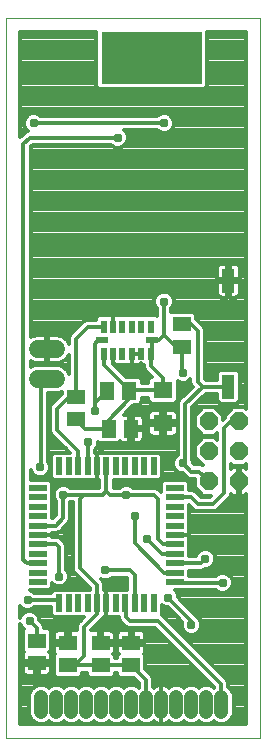
<source format=gtl>
G75*
%MOIN*%
%OFA0B0*%
%FSLAX25Y25*%
%IPPOS*%
%LPD*%
%AMOC8*
5,1,8,0,0,1.08239X$1,22.5*
%
%ADD10C,0.00000*%
%ADD11R,0.33600X0.17500*%
%ADD12R,0.05906X0.05118*%
%ADD13R,0.05118X0.05906*%
%ADD14R,0.06299X0.05512*%
%ADD15R,0.05906X0.01969*%
%ADD16R,0.01969X0.05906*%
%ADD17OC8,0.06000*%
%ADD18R,0.01969X0.04424*%
%ADD19R,0.04424X0.01969*%
%ADD20C,0.04756*%
%ADD21C,0.06000*%
%ADD22R,0.04300X0.07900*%
%ADD23C,0.01400*%
%ADD24C,0.02900*%
%ADD25C,0.03100*%
%ADD26C,0.01200*%
D10*
X0016917Y0014912D02*
X0101563Y0014912D01*
X0101563Y0255069D01*
X0016917Y0255069D01*
X0016917Y0014912D01*
D11*
X0065363Y0241730D03*
D12*
X0075476Y0152741D03*
X0075476Y0145261D03*
X0040210Y0128585D03*
X0040210Y0121104D03*
X0037405Y0046594D03*
X0037405Y0039114D03*
X0027086Y0039915D03*
X0027086Y0047396D03*
X0048329Y0046594D03*
X0048329Y0039114D03*
X0058548Y0039122D03*
X0058548Y0046602D03*
D13*
X0058464Y0118039D03*
X0057801Y0130649D03*
X0050983Y0118039D03*
X0050320Y0130649D03*
D14*
X0069117Y0130793D03*
X0069117Y0119770D03*
D15*
X0073123Y0098330D03*
X0073123Y0095180D03*
X0073123Y0092031D03*
X0073123Y0088881D03*
X0073123Y0085732D03*
X0073123Y0082582D03*
X0073123Y0079432D03*
X0073123Y0076283D03*
X0073123Y0073133D03*
X0073123Y0069984D03*
X0073123Y0066834D03*
X0027454Y0066834D03*
X0027454Y0069984D03*
X0027454Y0073133D03*
X0027454Y0076283D03*
X0027454Y0079432D03*
X0027454Y0082582D03*
X0027454Y0085732D03*
X0027454Y0088881D03*
X0027454Y0092031D03*
X0027454Y0095180D03*
X0027454Y0098330D03*
D16*
X0034540Y0105417D03*
X0037690Y0105417D03*
X0040840Y0105417D03*
X0043989Y0105417D03*
X0047139Y0105417D03*
X0050288Y0105417D03*
X0053438Y0105417D03*
X0056588Y0105417D03*
X0059737Y0105417D03*
X0062887Y0105417D03*
X0066036Y0105417D03*
X0066036Y0059747D03*
X0062887Y0059747D03*
X0059737Y0059747D03*
X0056588Y0059747D03*
X0053438Y0059747D03*
X0050288Y0059747D03*
X0047139Y0059747D03*
X0043989Y0059747D03*
X0040840Y0059747D03*
X0037690Y0059747D03*
X0034540Y0059747D03*
D17*
X0084350Y0100406D03*
X0084350Y0110406D03*
X0084350Y0120406D03*
X0094350Y0120406D03*
X0094350Y0110406D03*
X0094350Y0100406D03*
D18*
X0065070Y0143060D03*
X0061920Y0143060D03*
X0058770Y0143060D03*
X0055621Y0143060D03*
X0052471Y0143060D03*
X0049322Y0143060D03*
X0049322Y0152021D03*
X0052471Y0152021D03*
X0055621Y0152021D03*
X0058770Y0152021D03*
X0061920Y0152021D03*
X0065070Y0151991D03*
D19*
X0065463Y0147540D03*
X0048928Y0147540D03*
D20*
X0048559Y0028471D02*
X0048559Y0023715D01*
X0043559Y0023715D02*
X0043559Y0028471D01*
X0038559Y0028471D02*
X0038559Y0023715D01*
X0033559Y0023715D02*
X0033559Y0028471D01*
X0028559Y0028471D02*
X0028559Y0023715D01*
X0053559Y0023715D02*
X0053559Y0028471D01*
X0058559Y0028471D02*
X0058559Y0023715D01*
X0063559Y0023715D02*
X0063559Y0028471D01*
X0068559Y0028471D02*
X0068559Y0023715D01*
X0073559Y0023715D02*
X0073559Y0028471D01*
X0078559Y0028471D02*
X0078559Y0023715D01*
X0083559Y0023715D02*
X0083559Y0028471D01*
X0088559Y0028471D02*
X0088559Y0023715D01*
D21*
X0033439Y0134479D02*
X0027439Y0134479D01*
X0027439Y0144479D02*
X0033439Y0144479D01*
D22*
X0090965Y0131988D03*
X0090965Y0167388D03*
D23*
X0090590Y0167349D02*
X0024994Y0167349D01*
X0024994Y0165951D02*
X0087115Y0165951D01*
X0087115Y0167013D02*
X0087115Y0163214D01*
X0087231Y0162782D01*
X0087455Y0162394D01*
X0087771Y0162078D01*
X0088159Y0161854D01*
X0088591Y0161738D01*
X0090590Y0161738D01*
X0090590Y0167013D01*
X0087115Y0167013D01*
X0087115Y0167763D02*
X0090590Y0167763D01*
X0090590Y0167013D01*
X0091340Y0167013D01*
X0091340Y0161738D01*
X0093339Y0161738D01*
X0093771Y0161854D01*
X0094159Y0162078D01*
X0094476Y0162394D01*
X0094699Y0162782D01*
X0094815Y0163214D01*
X0094815Y0167013D01*
X0091340Y0167013D01*
X0091340Y0167763D01*
X0090590Y0167763D01*
X0090590Y0173038D01*
X0088591Y0173038D01*
X0088159Y0172922D01*
X0087771Y0172698D01*
X0087455Y0172382D01*
X0087231Y0171994D01*
X0087115Y0171562D01*
X0087115Y0167763D01*
X0087115Y0168748D02*
X0024994Y0168748D01*
X0024994Y0170146D02*
X0087115Y0170146D01*
X0087115Y0171545D02*
X0024994Y0171545D01*
X0024994Y0172943D02*
X0088238Y0172943D01*
X0090590Y0172943D02*
X0091340Y0172943D01*
X0091340Y0173038D02*
X0093339Y0173038D01*
X0093771Y0172922D01*
X0094159Y0172698D01*
X0094476Y0172382D01*
X0094699Y0171994D01*
X0094815Y0171562D01*
X0094815Y0167763D01*
X0091340Y0167763D01*
X0091340Y0173038D01*
X0091340Y0171545D02*
X0090590Y0171545D01*
X0090590Y0170146D02*
X0091340Y0170146D01*
X0091340Y0168748D02*
X0090590Y0168748D01*
X0091340Y0167349D02*
X0096863Y0167349D01*
X0096863Y0165951D02*
X0094815Y0165951D01*
X0094815Y0164552D02*
X0096863Y0164552D01*
X0096863Y0163154D02*
X0094799Y0163154D01*
X0093403Y0161755D02*
X0096863Y0161755D01*
X0096863Y0160357D02*
X0072744Y0160357D01*
X0072744Y0159734D02*
X0072744Y0161026D01*
X0072250Y0162221D01*
X0071335Y0163135D01*
X0070141Y0163630D01*
X0068848Y0163630D01*
X0067653Y0163135D01*
X0066739Y0162221D01*
X0066244Y0161026D01*
X0066244Y0159734D01*
X0066739Y0158539D01*
X0067094Y0158184D01*
X0067094Y0155567D01*
X0066758Y0155903D01*
X0063638Y0155903D01*
X0063608Y0155933D01*
X0053932Y0155933D01*
X0053879Y0155880D01*
X0053679Y0155933D01*
X0052471Y0155933D01*
X0051263Y0155933D01*
X0051063Y0155880D01*
X0051010Y0155933D01*
X0047633Y0155933D01*
X0046637Y0154938D01*
X0046637Y0154380D01*
X0043817Y0154380D01*
X0042935Y0154015D01*
X0042260Y0153340D01*
X0038176Y0149255D01*
X0037810Y0148373D01*
X0037810Y0146237D01*
X0037795Y0146283D01*
X0037459Y0146943D01*
X0037024Y0147541D01*
X0036501Y0148064D01*
X0035903Y0148499D01*
X0035243Y0148835D01*
X0034540Y0149063D01*
X0033809Y0149179D01*
X0030739Y0149179D01*
X0030739Y0144779D01*
X0030139Y0144779D01*
X0030139Y0149179D01*
X0027069Y0149179D01*
X0026339Y0149063D01*
X0025635Y0148835D01*
X0024994Y0148508D01*
X0024994Y0211886D01*
X0025689Y0212580D01*
X0051898Y0212580D01*
X0052253Y0212225D01*
X0053448Y0211730D01*
X0054741Y0211730D01*
X0055935Y0212225D01*
X0056850Y0213139D01*
X0057344Y0214334D01*
X0057344Y0215626D01*
X0056850Y0216821D01*
X0056191Y0217480D01*
X0067298Y0217480D01*
X0067653Y0217125D01*
X0068848Y0216630D01*
X0070141Y0216630D01*
X0071335Y0217125D01*
X0072250Y0218039D01*
X0072744Y0219234D01*
X0072744Y0220526D01*
X0072250Y0221721D01*
X0071335Y0222635D01*
X0070141Y0223130D01*
X0068848Y0223130D01*
X0067653Y0222635D01*
X0067298Y0222280D01*
X0028291Y0222280D01*
X0027935Y0222635D01*
X0026741Y0223130D01*
X0025448Y0223130D01*
X0024253Y0222635D01*
X0023339Y0221721D01*
X0022844Y0220526D01*
X0022844Y0219234D01*
X0023339Y0218039D01*
X0024062Y0217316D01*
X0023335Y0217015D01*
X0021617Y0215297D01*
X0021617Y0250369D01*
X0046863Y0250369D01*
X0046863Y0232276D01*
X0047859Y0231280D01*
X0082867Y0231280D01*
X0083863Y0232276D01*
X0083863Y0250369D01*
X0096863Y0250369D01*
X0096863Y0124539D01*
X0096296Y0125106D01*
X0092403Y0125106D01*
X0089650Y0122353D01*
X0089650Y0121669D01*
X0089050Y0121069D01*
X0089050Y0122353D01*
X0086296Y0125106D01*
X0082403Y0125106D01*
X0079650Y0122353D01*
X0079650Y0118459D01*
X0082403Y0115706D01*
X0086296Y0115706D01*
X0087054Y0116464D01*
X0087054Y0114348D01*
X0086296Y0115106D01*
X0082403Y0115106D01*
X0079650Y0112353D01*
X0079650Y0108459D01*
X0082365Y0105744D01*
X0081553Y0106080D01*
X0079589Y0106080D01*
X0079044Y0106624D01*
X0079044Y0107126D01*
X0078894Y0107489D01*
X0078894Y0125086D01*
X0083396Y0129588D01*
X0087115Y0129588D01*
X0087115Y0127334D01*
X0088111Y0126338D01*
X0093819Y0126338D01*
X0094815Y0127334D01*
X0094815Y0136642D01*
X0093819Y0137638D01*
X0088111Y0137638D01*
X0087115Y0136642D01*
X0087115Y0134388D01*
X0083396Y0134388D01*
X0083094Y0134690D01*
X0083094Y0151057D01*
X0082729Y0151940D01*
X0082054Y0152615D01*
X0080128Y0154540D01*
X0080128Y0156004D01*
X0079133Y0157000D01*
X0071894Y0157000D01*
X0071894Y0158184D01*
X0072250Y0158539D01*
X0072744Y0159734D01*
X0072423Y0158958D02*
X0096863Y0158958D01*
X0096863Y0157560D02*
X0071894Y0157560D01*
X0072443Y0161755D02*
X0088527Y0161755D01*
X0090590Y0161755D02*
X0091340Y0161755D01*
X0091340Y0163154D02*
X0090590Y0163154D01*
X0090590Y0164552D02*
X0091340Y0164552D01*
X0091340Y0165951D02*
X0090590Y0165951D01*
X0087115Y0164552D02*
X0024994Y0164552D01*
X0024994Y0163154D02*
X0067698Y0163154D01*
X0066546Y0161755D02*
X0024994Y0161755D01*
X0024994Y0160357D02*
X0066244Y0160357D01*
X0066566Y0158958D02*
X0024994Y0158958D01*
X0024994Y0157560D02*
X0067094Y0157560D01*
X0067094Y0156161D02*
X0024994Y0156161D01*
X0024994Y0154763D02*
X0046637Y0154763D01*
X0044294Y0151980D02*
X0049280Y0151980D01*
X0049322Y0152021D01*
X0048928Y0147540D02*
X0047555Y0147540D01*
X0046394Y0146380D01*
X0046394Y0126723D01*
X0046394Y0123980D01*
X0046394Y0126723D02*
X0050320Y0130649D01*
X0057101Y0131474D02*
X0049322Y0139253D01*
X0049322Y0143060D01*
X0052471Y0143060D02*
X0052471Y0139497D01*
X0052471Y0139497D01*
X0052471Y0143060D01*
X0052471Y0140303D01*
X0054794Y0137980D01*
X0056894Y0137980D01*
X0058770Y0139856D01*
X0058770Y0143060D01*
X0061920Y0143060D01*
X0061920Y0139961D02*
X0061920Y0139148D01*
X0062670Y0139148D01*
X0062670Y0138427D01*
X0063035Y0137545D01*
X0063710Y0136870D01*
X0063710Y0136870D01*
X0065331Y0135249D01*
X0065263Y0135249D01*
X0064268Y0134253D01*
X0064268Y0133193D01*
X0062060Y0133193D01*
X0062060Y0134306D01*
X0061064Y0135302D01*
X0056666Y0135302D01*
X0052821Y0139148D01*
X0053679Y0139148D01*
X0053879Y0139201D01*
X0053932Y0139148D01*
X0057309Y0139148D01*
X0057363Y0139201D01*
X0057562Y0139148D01*
X0058770Y0139148D01*
X0058770Y0139962D01*
X0058770Y0139961D01*
X0058770Y0139148D01*
X0059978Y0139148D01*
X0060325Y0139240D01*
X0060365Y0139240D01*
X0060712Y0139148D01*
X0061920Y0139148D01*
X0061920Y0139961D01*
X0061920Y0139961D01*
X0061920Y0139379D02*
X0061920Y0139379D01*
X0062855Y0137981D02*
X0053988Y0137981D01*
X0052471Y0140778D02*
X0052471Y0140778D01*
X0052471Y0142176D02*
X0052471Y0142176D01*
X0052471Y0143060D02*
X0052471Y0143060D01*
X0055387Y0136582D02*
X0063998Y0136582D01*
X0065070Y0138905D02*
X0065070Y0143060D01*
X0065463Y0143060D01*
X0065463Y0147540D01*
X0067855Y0147540D01*
X0069494Y0149180D01*
X0069494Y0160380D01*
X0071291Y0163154D02*
X0087131Y0163154D01*
X0082703Y0151966D02*
X0096863Y0151966D01*
X0096863Y0153364D02*
X0081304Y0153364D01*
X0080128Y0154763D02*
X0096863Y0154763D01*
X0096863Y0156161D02*
X0079972Y0156161D01*
X0078533Y0152741D02*
X0080694Y0150580D01*
X0080694Y0133696D01*
X0082402Y0131988D01*
X0076494Y0126080D01*
X0076494Y0106480D01*
X0075794Y0106480D01*
X0078594Y0103680D01*
X0081076Y0103680D01*
X0084350Y0100406D01*
X0085286Y0095706D02*
X0082403Y0095706D01*
X0079650Y0098459D01*
X0079650Y0101280D01*
X0078117Y0101280D01*
X0077235Y0101645D01*
X0075650Y0103230D01*
X0075148Y0103230D01*
X0073953Y0103725D01*
X0073039Y0104639D01*
X0072544Y0105834D01*
X0072544Y0107126D01*
X0073039Y0108321D01*
X0073953Y0109235D01*
X0074094Y0109294D01*
X0074094Y0126557D01*
X0074460Y0127440D01*
X0075135Y0128115D01*
X0075135Y0128115D01*
X0079008Y0131988D01*
X0078660Y0132336D01*
X0078294Y0133219D01*
X0078294Y0134484D01*
X0077635Y0133825D01*
X0076441Y0133330D01*
X0075148Y0133330D01*
X0073967Y0133819D01*
X0073967Y0127333D01*
X0072971Y0126337D01*
X0065263Y0126337D01*
X0064268Y0127333D01*
X0064268Y0128393D01*
X0062060Y0128393D01*
X0062060Y0126992D01*
X0061064Y0125997D01*
X0059505Y0125997D01*
X0058954Y0125445D01*
X0056200Y0122692D01*
X0057884Y0122692D01*
X0057884Y0118619D01*
X0059043Y0118619D01*
X0059043Y0122692D01*
X0061247Y0122692D01*
X0061679Y0122576D01*
X0062067Y0122352D01*
X0062383Y0122036D01*
X0062607Y0121648D01*
X0062723Y0121216D01*
X0062723Y0118619D01*
X0059043Y0118619D01*
X0059043Y0117460D01*
X0062723Y0117460D01*
X0062723Y0114862D01*
X0062607Y0114430D01*
X0062383Y0114042D01*
X0062067Y0113726D01*
X0061679Y0113502D01*
X0061247Y0113386D01*
X0059043Y0113386D01*
X0059043Y0117459D01*
X0057884Y0117459D01*
X0057884Y0113386D01*
X0055681Y0113386D01*
X0055248Y0113502D01*
X0054861Y0113726D01*
X0054724Y0113863D01*
X0054247Y0113386D01*
X0047720Y0113386D01*
X0047544Y0113562D01*
X0047544Y0112834D01*
X0047050Y0111639D01*
X0046389Y0110979D01*
X0046389Y0110069D01*
X0047139Y0110069D01*
X0047139Y0105417D01*
X0047139Y0105417D01*
X0047139Y0110069D01*
X0048347Y0110069D01*
X0048547Y0110016D01*
X0048600Y0110069D01*
X0067725Y0110069D01*
X0068721Y0109074D01*
X0068721Y0101760D01*
X0067725Y0100764D01*
X0052688Y0100764D01*
X0052688Y0098380D01*
X0054698Y0098380D01*
X0055053Y0098735D01*
X0056248Y0099230D01*
X0057541Y0099230D01*
X0058735Y0098735D01*
X0059091Y0098380D01*
X0066472Y0098380D01*
X0067354Y0098015D01*
X0068029Y0097340D01*
X0068470Y0096898D01*
X0068470Y0100018D01*
X0069466Y0101014D01*
X0076780Y0101014D01*
X0077776Y0100018D01*
X0077776Y0097580D01*
X0078932Y0097580D01*
X0079814Y0097215D01*
X0080489Y0096540D01*
X0081748Y0095280D01*
X0084860Y0095280D01*
X0085286Y0095706D01*
X0085854Y0092880D02*
X0080754Y0092880D01*
X0078454Y0095180D01*
X0073123Y0095180D01*
X0073123Y0095180D01*
X0077298Y0101619D02*
X0068580Y0101619D01*
X0068673Y0100221D02*
X0052688Y0100221D01*
X0052688Y0098822D02*
X0055263Y0098822D01*
X0056894Y0095980D02*
X0065994Y0095980D01*
X0067394Y0094580D01*
X0067394Y0081280D01*
X0069242Y0079432D01*
X0073123Y0079432D01*
X0073123Y0082582D02*
X0073123Y0082582D01*
X0077776Y0082582D01*
X0077776Y0083790D01*
X0077722Y0083990D01*
X0077776Y0084043D01*
X0077776Y0092464D01*
X0079395Y0090845D01*
X0080277Y0090480D01*
X0086332Y0090480D01*
X0087214Y0090845D01*
X0087889Y0091521D01*
X0091489Y0095121D01*
X0091854Y0096003D01*
X0091854Y0096255D01*
X0092403Y0095706D01*
X0094049Y0095706D01*
X0094049Y0100106D01*
X0094650Y0100106D01*
X0094650Y0095706D01*
X0096296Y0095706D01*
X0096863Y0096273D01*
X0096863Y0019612D01*
X0021617Y0019612D01*
X0021617Y0052916D01*
X0021939Y0052139D01*
X0022853Y0051225D01*
X0022956Y0051182D01*
X0022433Y0050659D01*
X0022433Y0044133D01*
X0022910Y0043656D01*
X0022773Y0043518D01*
X0022549Y0043131D01*
X0022433Y0042698D01*
X0022433Y0040495D01*
X0026506Y0040495D01*
X0026506Y0039336D01*
X0022433Y0039336D01*
X0022433Y0037133D01*
X0022549Y0036700D01*
X0022773Y0036313D01*
X0023090Y0035996D01*
X0023477Y0035772D01*
X0023910Y0035656D01*
X0026507Y0035656D01*
X0026507Y0039336D01*
X0027666Y0039336D01*
X0027666Y0040495D01*
X0031739Y0040495D01*
X0031739Y0042698D01*
X0031623Y0043131D01*
X0031399Y0043518D01*
X0031262Y0043656D01*
X0031739Y0044133D01*
X0031739Y0050659D01*
X0030743Y0051655D01*
X0029486Y0051655D01*
X0029486Y0052066D01*
X0029121Y0052948D01*
X0028446Y0053623D01*
X0028446Y0053623D01*
X0027944Y0054124D01*
X0027944Y0054626D01*
X0027450Y0055821D01*
X0026535Y0056735D01*
X0025341Y0057230D01*
X0024048Y0057230D01*
X0022853Y0056735D01*
X0021939Y0055821D01*
X0021617Y0055044D01*
X0021617Y0058761D01*
X0022153Y0058225D01*
X0023348Y0057730D01*
X0024641Y0057730D01*
X0025835Y0058225D01*
X0026191Y0058580D01*
X0031856Y0058580D01*
X0031856Y0056090D01*
X0032852Y0055095D01*
X0042715Y0055095D01*
X0041535Y0053915D01*
X0040860Y0053240D01*
X0040494Y0052357D01*
X0040494Y0050853D01*
X0037984Y0050853D01*
X0037984Y0047174D01*
X0036825Y0047174D01*
X0036825Y0050853D01*
X0034228Y0050853D01*
X0033796Y0050737D01*
X0033408Y0050513D01*
X0033092Y0050197D01*
X0032868Y0049809D01*
X0032752Y0049377D01*
X0032752Y0047173D01*
X0036825Y0047173D01*
X0036825Y0046014D01*
X0032752Y0046014D01*
X0032752Y0043811D01*
X0032868Y0043379D01*
X0033092Y0042991D01*
X0033229Y0042854D01*
X0032752Y0042377D01*
X0032752Y0035850D01*
X0033748Y0034855D01*
X0041062Y0034855D01*
X0042058Y0035850D01*
X0042058Y0036714D01*
X0043676Y0036714D01*
X0043676Y0035850D01*
X0044672Y0034855D01*
X0051986Y0034855D01*
X0052982Y0035850D01*
X0052982Y0036722D01*
X0053895Y0036722D01*
X0053895Y0035859D01*
X0054891Y0034863D01*
X0059413Y0034863D01*
X0061159Y0033117D01*
X0061159Y0031838D01*
X0061059Y0031738D01*
X0060869Y0031928D01*
X0059370Y0032549D01*
X0057748Y0032549D01*
X0056249Y0031928D01*
X0056059Y0031738D01*
X0055869Y0031928D01*
X0054370Y0032549D01*
X0052748Y0032549D01*
X0051249Y0031928D01*
X0051059Y0031738D01*
X0050869Y0031928D01*
X0049370Y0032549D01*
X0047748Y0032549D01*
X0046249Y0031928D01*
X0046059Y0031738D01*
X0045869Y0031928D01*
X0044370Y0032549D01*
X0042748Y0032549D01*
X0041249Y0031928D01*
X0041059Y0031738D01*
X0040869Y0031928D01*
X0039370Y0032549D01*
X0037748Y0032549D01*
X0036249Y0031928D01*
X0036059Y0031738D01*
X0035869Y0031928D01*
X0034370Y0032549D01*
X0032748Y0032549D01*
X0031249Y0031928D01*
X0031059Y0031738D01*
X0030869Y0031928D01*
X0029370Y0032549D01*
X0027748Y0032549D01*
X0026249Y0031928D01*
X0025102Y0030781D01*
X0024481Y0029282D01*
X0024481Y0022904D01*
X0025102Y0021405D01*
X0026249Y0020258D01*
X0027748Y0019637D01*
X0029370Y0019637D01*
X0030869Y0020258D01*
X0031059Y0020448D01*
X0031249Y0020258D01*
X0032748Y0019637D01*
X0034370Y0019637D01*
X0035869Y0020258D01*
X0036059Y0020448D01*
X0036249Y0020258D01*
X0037748Y0019637D01*
X0039370Y0019637D01*
X0040869Y0020258D01*
X0041059Y0020448D01*
X0041249Y0020258D01*
X0042748Y0019637D01*
X0044370Y0019637D01*
X0045869Y0020258D01*
X0046059Y0020448D01*
X0046249Y0020258D01*
X0047748Y0019637D01*
X0049370Y0019637D01*
X0050869Y0020258D01*
X0051059Y0020448D01*
X0051249Y0020258D01*
X0052748Y0019637D01*
X0054370Y0019637D01*
X0055869Y0020258D01*
X0056059Y0020448D01*
X0056249Y0020258D01*
X0057748Y0019637D01*
X0059370Y0019637D01*
X0060869Y0020258D01*
X0061059Y0020448D01*
X0061249Y0020258D01*
X0062748Y0019637D01*
X0064370Y0019637D01*
X0065869Y0020258D01*
X0066084Y0020472D01*
X0066422Y0020227D01*
X0066994Y0019935D01*
X0067604Y0019737D01*
X0068238Y0019637D01*
X0068559Y0019637D01*
X0068880Y0019637D01*
X0069514Y0019737D01*
X0070124Y0019935D01*
X0070696Y0020227D01*
X0071034Y0020472D01*
X0071249Y0020258D01*
X0072748Y0019637D01*
X0074370Y0019637D01*
X0075869Y0020258D01*
X0076059Y0020448D01*
X0076249Y0020258D01*
X0077748Y0019637D01*
X0079370Y0019637D01*
X0080869Y0020258D01*
X0081059Y0020448D01*
X0081249Y0020258D01*
X0082748Y0019637D01*
X0084370Y0019637D01*
X0085869Y0020258D01*
X0086059Y0020448D01*
X0086249Y0020258D01*
X0087748Y0019637D01*
X0089370Y0019637D01*
X0090869Y0020258D01*
X0092016Y0021405D01*
X0092637Y0022904D01*
X0092637Y0029282D01*
X0092016Y0030781D01*
X0090959Y0031838D01*
X0090959Y0033293D01*
X0090594Y0034175D01*
X0069429Y0055339D01*
X0069429Y0055340D01*
X0068754Y0056015D01*
X0068677Y0056047D01*
X0068721Y0056090D01*
X0068721Y0059258D01*
X0069053Y0058925D01*
X0070248Y0058430D01*
X0070750Y0058430D01*
X0075523Y0053657D01*
X0075344Y0053226D01*
X0075344Y0051934D01*
X0075839Y0050739D01*
X0076753Y0049825D01*
X0077948Y0049330D01*
X0079241Y0049330D01*
X0080435Y0049825D01*
X0081350Y0050739D01*
X0081844Y0051934D01*
X0081844Y0053226D01*
X0081350Y0054421D01*
X0080769Y0055002D01*
X0080629Y0055340D01*
X0074144Y0061824D01*
X0074144Y0062326D01*
X0073650Y0063521D01*
X0073021Y0064150D01*
X0076780Y0064150D01*
X0076810Y0064180D01*
X0086898Y0064180D01*
X0087253Y0063825D01*
X0088448Y0063330D01*
X0089741Y0063330D01*
X0090935Y0063825D01*
X0091850Y0064739D01*
X0092344Y0065934D01*
X0092344Y0067226D01*
X0091850Y0068421D01*
X0090935Y0069335D01*
X0089741Y0069830D01*
X0088448Y0069830D01*
X0087253Y0069335D01*
X0086898Y0068980D01*
X0077776Y0068980D01*
X0077776Y0070733D01*
X0082325Y0070733D01*
X0083207Y0071099D01*
X0083439Y0071330D01*
X0083941Y0071330D01*
X0085135Y0071825D01*
X0086050Y0072739D01*
X0086544Y0073934D01*
X0086544Y0075226D01*
X0086050Y0076421D01*
X0085135Y0077335D01*
X0083941Y0077830D01*
X0082648Y0077830D01*
X0081453Y0077335D01*
X0080539Y0076421D01*
X0080171Y0075533D01*
X0077776Y0075533D01*
X0077776Y0081121D01*
X0077722Y0081174D01*
X0077776Y0081374D01*
X0077776Y0082582D01*
X0073123Y0082582D01*
X0073026Y0076380D02*
X0073123Y0076283D01*
X0068892Y0076283D01*
X0063894Y0081280D01*
X0059694Y0079880D02*
X0059694Y0088980D01*
X0056894Y0095980D02*
X0051382Y0095980D01*
X0050288Y0097074D01*
X0050288Y0105417D01*
X0047888Y0100764D02*
X0047888Y0098380D01*
X0038091Y0098380D01*
X0037735Y0098735D01*
X0036541Y0099230D01*
X0035248Y0099230D01*
X0034053Y0098735D01*
X0033139Y0097821D01*
X0032644Y0096626D01*
X0032644Y0095334D01*
X0033139Y0094139D01*
X0033494Y0093784D01*
X0033494Y0089274D01*
X0032352Y0088132D01*
X0032107Y0088132D01*
X0032107Y0100018D01*
X0031111Y0101014D01*
X0024994Y0101014D01*
X0024994Y0104313D01*
X0025439Y0103239D01*
X0026353Y0102325D01*
X0027548Y0101830D01*
X0028841Y0101830D01*
X0030035Y0102325D01*
X0030950Y0103239D01*
X0031444Y0104434D01*
X0031444Y0105726D01*
X0030950Y0106921D01*
X0030739Y0107131D01*
X0030739Y0129779D01*
X0034374Y0129779D01*
X0035557Y0130269D01*
X0035557Y0129837D01*
X0031760Y0126040D01*
X0031394Y0125157D01*
X0031394Y0117203D01*
X0031760Y0116321D01*
X0032435Y0115645D01*
X0038011Y0110069D01*
X0032852Y0110069D01*
X0031856Y0109074D01*
X0031856Y0101760D01*
X0032852Y0100764D01*
X0045678Y0100764D01*
X0045731Y0100817D01*
X0045931Y0100764D01*
X0047139Y0100764D01*
X0047888Y0100764D01*
X0047888Y0100221D02*
X0031904Y0100221D01*
X0031997Y0101619D02*
X0024994Y0101619D01*
X0024994Y0103018D02*
X0025660Y0103018D01*
X0028194Y0105080D02*
X0028339Y0105225D01*
X0028339Y0132379D01*
X0030439Y0134479D01*
X0030739Y0129589D02*
X0035310Y0129589D01*
X0033911Y0128191D02*
X0030739Y0128191D01*
X0030739Y0126792D02*
X0032513Y0126792D01*
X0031492Y0125394D02*
X0030739Y0125394D01*
X0030739Y0123995D02*
X0031394Y0123995D01*
X0031394Y0122597D02*
X0030739Y0122597D01*
X0030739Y0121198D02*
X0031394Y0121198D01*
X0031394Y0119800D02*
X0030739Y0119800D01*
X0030739Y0118401D02*
X0031394Y0118401D01*
X0031477Y0117003D02*
X0030739Y0117003D01*
X0030739Y0115604D02*
X0032476Y0115604D01*
X0033874Y0114206D02*
X0030739Y0114206D01*
X0030739Y0112807D02*
X0035273Y0112807D01*
X0033794Y0117680D02*
X0033794Y0124680D01*
X0037699Y0128585D01*
X0040210Y0128585D01*
X0040210Y0147896D01*
X0044294Y0151980D01*
X0042284Y0153364D02*
X0024994Y0153364D01*
X0024994Y0151966D02*
X0040886Y0151966D01*
X0039487Y0150567D02*
X0024994Y0150567D01*
X0024994Y0149169D02*
X0027002Y0149169D01*
X0030139Y0149169D02*
X0030739Y0149169D01*
X0030739Y0147770D02*
X0030139Y0147770D01*
X0030139Y0146372D02*
X0030739Y0146372D01*
X0030739Y0144973D02*
X0030139Y0144973D01*
X0030139Y0144179D02*
X0030739Y0144179D01*
X0030739Y0139779D01*
X0033809Y0139779D01*
X0034540Y0139895D01*
X0035243Y0140124D01*
X0035903Y0140459D01*
X0036501Y0140894D01*
X0037024Y0141417D01*
X0037459Y0142016D01*
X0037795Y0142675D01*
X0037810Y0142722D01*
X0037810Y0136209D01*
X0037424Y0137142D01*
X0036102Y0138464D01*
X0034374Y0139179D01*
X0026504Y0139179D01*
X0024994Y0138554D01*
X0024994Y0140450D01*
X0025635Y0140124D01*
X0026339Y0139895D01*
X0027069Y0139779D01*
X0030139Y0139779D01*
X0030139Y0144179D01*
X0030139Y0143575D02*
X0030739Y0143575D01*
X0030739Y0142176D02*
X0030139Y0142176D01*
X0030139Y0140778D02*
X0030739Y0140778D01*
X0033876Y0149169D02*
X0038140Y0149169D01*
X0037810Y0147770D02*
X0036795Y0147770D01*
X0037750Y0146372D02*
X0037810Y0146372D01*
X0037810Y0142176D02*
X0037541Y0142176D01*
X0037810Y0140778D02*
X0036340Y0140778D01*
X0036585Y0137981D02*
X0037810Y0137981D01*
X0037810Y0139379D02*
X0024994Y0139379D01*
X0033794Y0117680D02*
X0040840Y0110635D01*
X0040840Y0105417D01*
X0043989Y0105417D02*
X0043989Y0113175D01*
X0044294Y0113480D01*
X0046819Y0111409D02*
X0074094Y0111409D01*
X0074094Y0112807D02*
X0047534Y0112807D01*
X0047139Y0110010D02*
X0047139Y0110010D01*
X0047139Y0109324D02*
X0050594Y0112780D01*
X0056894Y0112780D01*
X0058294Y0114180D01*
X0058294Y0117870D01*
X0058464Y0118039D01*
X0059043Y0118401D02*
X0064268Y0118401D01*
X0064268Y0119092D02*
X0064268Y0116790D01*
X0064383Y0116358D01*
X0064607Y0115970D01*
X0064924Y0115654D01*
X0065311Y0115430D01*
X0065744Y0115314D01*
X0068439Y0115314D01*
X0068439Y0119092D01*
X0064268Y0119092D01*
X0064268Y0120448D02*
X0068439Y0120448D01*
X0068439Y0124226D01*
X0065744Y0124226D01*
X0065311Y0124110D01*
X0064924Y0123886D01*
X0064607Y0123570D01*
X0064383Y0123182D01*
X0064268Y0122749D01*
X0064268Y0120448D01*
X0064268Y0121198D02*
X0062723Y0121198D01*
X0062723Y0119800D02*
X0068439Y0119800D01*
X0068439Y0120448D02*
X0068439Y0119092D01*
X0069795Y0119092D01*
X0069795Y0115314D01*
X0072491Y0115314D01*
X0072923Y0115430D01*
X0073311Y0115654D01*
X0073627Y0115970D01*
X0073851Y0116358D01*
X0073967Y0116790D01*
X0073967Y0119092D01*
X0069795Y0119092D01*
X0069795Y0120448D01*
X0068439Y0120448D01*
X0068439Y0121198D02*
X0069795Y0121198D01*
X0069795Y0120448D02*
X0069795Y0124226D01*
X0072491Y0124226D01*
X0072923Y0124110D01*
X0073311Y0123886D01*
X0073627Y0123570D01*
X0073851Y0123182D01*
X0073967Y0122749D01*
X0073967Y0120448D01*
X0069795Y0120448D01*
X0069795Y0119800D02*
X0074094Y0119800D01*
X0074094Y0121198D02*
X0073967Y0121198D01*
X0073967Y0122597D02*
X0074094Y0122597D01*
X0074094Y0123995D02*
X0073121Y0123995D01*
X0074094Y0125394D02*
X0058902Y0125394D01*
X0057504Y0123995D02*
X0065113Y0123995D01*
X0064268Y0122597D02*
X0061601Y0122597D01*
X0059043Y0122597D02*
X0057884Y0122597D01*
X0057884Y0121198D02*
X0059043Y0121198D01*
X0059043Y0119800D02*
X0057884Y0119800D01*
X0057884Y0117003D02*
X0059043Y0117003D01*
X0059043Y0115604D02*
X0057884Y0115604D01*
X0057884Y0114206D02*
X0059043Y0114206D01*
X0062477Y0114206D02*
X0074094Y0114206D01*
X0074094Y0115604D02*
X0073225Y0115604D01*
X0073967Y0117003D02*
X0074094Y0117003D01*
X0074094Y0118401D02*
X0073967Y0118401D01*
X0069795Y0118401D02*
X0068439Y0118401D01*
X0068439Y0117003D02*
X0069795Y0117003D01*
X0069795Y0115604D02*
X0068439Y0115604D01*
X0068439Y0122597D02*
X0069795Y0122597D01*
X0069795Y0123995D02*
X0068439Y0123995D01*
X0064809Y0126792D02*
X0061860Y0126792D01*
X0062060Y0128191D02*
X0064268Y0128191D01*
X0064268Y0133785D02*
X0062060Y0133785D01*
X0061182Y0135183D02*
X0065198Y0135183D01*
X0065070Y0138905D02*
X0069117Y0134857D01*
X0069117Y0130793D01*
X0057945Y0130793D01*
X0057801Y0130649D01*
X0057594Y0130443D01*
X0057594Y0127480D01*
X0050983Y0120869D01*
X0050983Y0118039D01*
X0043276Y0118039D01*
X0040210Y0121104D01*
X0036672Y0111409D02*
X0030739Y0111409D01*
X0030739Y0110010D02*
X0032793Y0110010D01*
X0031856Y0108612D02*
X0030739Y0108612D01*
X0030739Y0107213D02*
X0031856Y0107213D01*
X0031856Y0105815D02*
X0031408Y0105815D01*
X0031437Y0104416D02*
X0031856Y0104416D01*
X0031856Y0103018D02*
X0030728Y0103018D01*
X0032107Y0098822D02*
X0034263Y0098822D01*
X0035894Y0095980D02*
X0035894Y0088280D01*
X0033346Y0085732D01*
X0027454Y0085732D01*
X0027454Y0082582D02*
X0032107Y0082582D01*
X0032107Y0083332D01*
X0033823Y0083332D01*
X0034705Y0083697D01*
X0035381Y0084372D01*
X0037929Y0086921D01*
X0038294Y0087803D01*
X0038294Y0093580D01*
X0039139Y0093580D01*
X0039139Y0070958D01*
X0039504Y0070076D01*
X0044694Y0064886D01*
X0044694Y0064400D01*
X0032852Y0064400D01*
X0031856Y0063404D01*
X0031856Y0063380D01*
X0026191Y0063380D01*
X0025835Y0063735D01*
X0024835Y0064150D01*
X0031111Y0064150D01*
X0032107Y0065146D01*
X0032107Y0066472D01*
X0032653Y0065925D01*
X0033848Y0065430D01*
X0035141Y0065430D01*
X0036335Y0065925D01*
X0037250Y0066839D01*
X0037744Y0068034D01*
X0037744Y0069326D01*
X0037250Y0070521D01*
X0036894Y0070876D01*
X0036894Y0078957D01*
X0036529Y0079840D01*
X0035577Y0080792D01*
X0034902Y0081467D01*
X0034019Y0081832D01*
X0032107Y0081832D01*
X0032107Y0082582D01*
X0027454Y0082582D01*
X0027454Y0082582D01*
X0027454Y0079432D02*
X0033542Y0079432D01*
X0034494Y0078480D01*
X0034494Y0068680D01*
X0036919Y0070852D02*
X0039183Y0070852D01*
X0039139Y0072250D02*
X0036894Y0072250D01*
X0036894Y0073649D02*
X0039139Y0073649D01*
X0039139Y0075048D02*
X0036894Y0075048D01*
X0036894Y0076446D02*
X0039139Y0076446D01*
X0039139Y0077845D02*
X0036894Y0077845D01*
X0036776Y0079243D02*
X0039139Y0079243D01*
X0039139Y0080642D02*
X0035727Y0080642D01*
X0034082Y0083439D02*
X0039139Y0083439D01*
X0039139Y0084837D02*
X0035846Y0084837D01*
X0037244Y0086236D02*
X0039139Y0086236D01*
X0039139Y0087634D02*
X0038225Y0087634D01*
X0038294Y0089033D02*
X0039139Y0089033D01*
X0039139Y0090431D02*
X0038294Y0090431D01*
X0038294Y0091830D02*
X0039139Y0091830D01*
X0039139Y0093228D02*
X0038294Y0093228D01*
X0035894Y0095980D02*
X0042894Y0095980D01*
X0041539Y0094624D01*
X0041539Y0071436D01*
X0047094Y0065880D01*
X0047094Y0059792D01*
X0047139Y0059747D01*
X0047139Y0056124D01*
X0042894Y0051880D01*
X0042894Y0042080D01*
X0039928Y0039114D01*
X0037405Y0039114D01*
X0048329Y0039114D01*
X0048337Y0039122D01*
X0058548Y0039122D01*
X0063559Y0034111D01*
X0063559Y0026093D01*
X0066084Y0031713D02*
X0065959Y0031838D01*
X0065959Y0034588D01*
X0065594Y0035471D01*
X0063201Y0037863D01*
X0063201Y0042385D01*
X0062724Y0042862D01*
X0062861Y0042999D01*
X0063085Y0043387D01*
X0063201Y0043819D01*
X0063201Y0046023D01*
X0059128Y0046023D01*
X0059128Y0047182D01*
X0063201Y0047182D01*
X0063201Y0049385D01*
X0063085Y0049817D01*
X0062861Y0050205D01*
X0062545Y0050522D01*
X0062157Y0050745D01*
X0061725Y0050861D01*
X0059128Y0050861D01*
X0059128Y0047182D01*
X0057969Y0047182D01*
X0057969Y0050861D01*
X0055372Y0050861D01*
X0054939Y0050745D01*
X0054552Y0050522D01*
X0054235Y0050205D01*
X0054011Y0049817D01*
X0053895Y0049385D01*
X0053895Y0047182D01*
X0057969Y0047182D01*
X0057969Y0046023D01*
X0053895Y0046023D01*
X0053895Y0043819D01*
X0054011Y0043387D01*
X0054235Y0042999D01*
X0054372Y0042862D01*
X0053895Y0042385D01*
X0053895Y0041522D01*
X0052982Y0041522D01*
X0052982Y0042377D01*
X0052505Y0042854D01*
X0052642Y0042991D01*
X0052866Y0043379D01*
X0052982Y0043811D01*
X0052982Y0046014D01*
X0048909Y0046014D01*
X0048909Y0047173D01*
X0052982Y0047173D01*
X0052982Y0049377D01*
X0052866Y0049809D01*
X0052642Y0050197D01*
X0052326Y0050513D01*
X0051938Y0050737D01*
X0051506Y0050853D01*
X0048908Y0050853D01*
X0048908Y0047174D01*
X0047749Y0047174D01*
X0047749Y0050853D01*
X0045294Y0050853D01*
X0045294Y0050886D01*
X0049173Y0054765D01*
X0049310Y0055095D01*
X0050288Y0055095D01*
X0050288Y0059747D01*
X0050288Y0059747D01*
X0050288Y0055095D01*
X0051496Y0055095D01*
X0051696Y0055148D01*
X0051750Y0055095D01*
X0054494Y0055095D01*
X0054494Y0054903D01*
X0054860Y0054021D01*
X0055535Y0053345D01*
X0056935Y0051945D01*
X0057817Y0051580D01*
X0066400Y0051580D01*
X0086151Y0031830D01*
X0086059Y0031738D01*
X0085869Y0031928D01*
X0084370Y0032549D01*
X0082748Y0032549D01*
X0081249Y0031928D01*
X0081059Y0031738D01*
X0080869Y0031928D01*
X0079370Y0032549D01*
X0077748Y0032549D01*
X0076249Y0031928D01*
X0076059Y0031738D01*
X0075869Y0031928D01*
X0074370Y0032549D01*
X0072748Y0032549D01*
X0071249Y0031928D01*
X0071034Y0031713D01*
X0070696Y0031958D01*
X0070124Y0032250D01*
X0069514Y0032448D01*
X0068880Y0032549D01*
X0068559Y0032549D01*
X0068559Y0026093D01*
X0068559Y0026093D01*
X0068559Y0032549D01*
X0068238Y0032549D01*
X0067604Y0032448D01*
X0066994Y0032250D01*
X0066422Y0031958D01*
X0066084Y0031713D01*
X0065959Y0033092D02*
X0084888Y0033092D01*
X0083490Y0034491D02*
X0065959Y0034491D01*
X0065175Y0035889D02*
X0082091Y0035889D01*
X0080693Y0037288D02*
X0063776Y0037288D01*
X0063201Y0038686D02*
X0079294Y0038686D01*
X0077896Y0040085D02*
X0063201Y0040085D01*
X0063201Y0041483D02*
X0076497Y0041483D01*
X0075099Y0042882D02*
X0062744Y0042882D01*
X0063201Y0044280D02*
X0073700Y0044280D01*
X0072302Y0045679D02*
X0063201Y0045679D01*
X0063201Y0048476D02*
X0069505Y0048476D01*
X0068106Y0049874D02*
X0063052Y0049874D01*
X0066708Y0051273D02*
X0045681Y0051273D01*
X0047080Y0052671D02*
X0056209Y0052671D01*
X0054839Y0054070D02*
X0048478Y0054070D01*
X0050288Y0055468D02*
X0050288Y0055468D01*
X0050288Y0056867D02*
X0050288Y0056867D01*
X0050288Y0058265D02*
X0050288Y0058265D01*
X0050288Y0059664D02*
X0050288Y0059664D01*
X0050288Y0059747D02*
X0050288Y0064400D01*
X0049494Y0064400D01*
X0049494Y0066357D01*
X0049129Y0067240D01*
X0048549Y0067820D01*
X0049248Y0067530D01*
X0050541Y0067530D01*
X0051735Y0068025D01*
X0052091Y0068380D01*
X0057294Y0068380D01*
X0057294Y0064400D01*
X0051750Y0064400D01*
X0051696Y0064347D01*
X0051496Y0064400D01*
X0050288Y0064400D01*
X0050288Y0059747D01*
X0050288Y0059747D01*
X0050288Y0061062D02*
X0050288Y0061062D01*
X0050288Y0062461D02*
X0050288Y0062461D01*
X0050288Y0063859D02*
X0050288Y0063859D01*
X0049494Y0065258D02*
X0057294Y0065258D01*
X0057294Y0066656D02*
X0049371Y0066656D01*
X0049894Y0070780D02*
X0058294Y0070780D01*
X0059694Y0069380D01*
X0059694Y0059790D01*
X0059737Y0059747D01*
X0056894Y0055380D02*
X0058294Y0053980D01*
X0067394Y0053980D01*
X0088559Y0032815D01*
X0088559Y0026093D01*
X0091117Y0020506D02*
X0096863Y0020506D01*
X0096863Y0021904D02*
X0092223Y0021904D01*
X0092637Y0023303D02*
X0096863Y0023303D01*
X0096863Y0024701D02*
X0092637Y0024701D01*
X0092637Y0026100D02*
X0096863Y0026100D01*
X0096863Y0027498D02*
X0092637Y0027498D01*
X0092637Y0028897D02*
X0096863Y0028897D01*
X0096863Y0030295D02*
X0092217Y0030295D01*
X0091103Y0031694D02*
X0096863Y0031694D01*
X0096863Y0033092D02*
X0090959Y0033092D01*
X0090278Y0034491D02*
X0096863Y0034491D01*
X0096863Y0035889D02*
X0088879Y0035889D01*
X0087481Y0037288D02*
X0096863Y0037288D01*
X0096863Y0038686D02*
X0086082Y0038686D01*
X0084684Y0040085D02*
X0096863Y0040085D01*
X0096863Y0041483D02*
X0083285Y0041483D01*
X0081887Y0042882D02*
X0096863Y0042882D01*
X0096863Y0044280D02*
X0080488Y0044280D01*
X0079090Y0045679D02*
X0096863Y0045679D01*
X0096863Y0047077D02*
X0077691Y0047077D01*
X0076293Y0048476D02*
X0096863Y0048476D01*
X0096863Y0049874D02*
X0080485Y0049874D01*
X0081571Y0051273D02*
X0096863Y0051273D01*
X0096863Y0052671D02*
X0081844Y0052671D01*
X0081495Y0054070D02*
X0096863Y0054070D01*
X0096863Y0055468D02*
X0080500Y0055468D01*
X0079102Y0056867D02*
X0096863Y0056867D01*
X0096863Y0058265D02*
X0077703Y0058265D01*
X0076305Y0059664D02*
X0096863Y0059664D01*
X0096863Y0061062D02*
X0074906Y0061062D01*
X0074089Y0062461D02*
X0096863Y0062461D01*
X0096863Y0063859D02*
X0090970Y0063859D01*
X0092065Y0065258D02*
X0096863Y0065258D01*
X0096863Y0066656D02*
X0092344Y0066656D01*
X0092001Y0068055D02*
X0096863Y0068055D01*
X0096863Y0069453D02*
X0090650Y0069453D01*
X0089094Y0066580D02*
X0073377Y0066580D01*
X0073123Y0066834D01*
X0073123Y0069984D02*
X0069591Y0069984D01*
X0059694Y0079880D01*
X0057294Y0068055D02*
X0051766Y0068055D01*
X0056588Y0059747D02*
X0056894Y0059441D01*
X0056894Y0055380D01*
X0057969Y0049874D02*
X0059128Y0049874D01*
X0059128Y0048476D02*
X0057969Y0048476D01*
X0057969Y0047077D02*
X0048909Y0047077D01*
X0048908Y0048476D02*
X0047749Y0048476D01*
X0047749Y0049874D02*
X0048908Y0049874D01*
X0052828Y0049874D02*
X0054044Y0049874D01*
X0053895Y0048476D02*
X0052982Y0048476D01*
X0052982Y0045679D02*
X0053895Y0045679D01*
X0053895Y0044280D02*
X0052982Y0044280D01*
X0052533Y0042882D02*
X0054353Y0042882D01*
X0053895Y0035889D02*
X0052982Y0035889D01*
X0059128Y0047077D02*
X0070903Y0047077D01*
X0073496Y0051273D02*
X0075618Y0051273D01*
X0075344Y0052671D02*
X0072097Y0052671D01*
X0073712Y0055468D02*
X0069300Y0055468D01*
X0068721Y0056867D02*
X0072313Y0056867D01*
X0070915Y0058265D02*
X0068721Y0058265D01*
X0070699Y0054070D02*
X0075110Y0054070D01*
X0074894Y0049874D02*
X0076704Y0049874D01*
X0078594Y0052580D02*
X0078594Y0053980D01*
X0070894Y0061680D01*
X0073311Y0063859D02*
X0087219Y0063859D01*
X0087539Y0069453D02*
X0077776Y0069453D01*
X0077776Y0076446D02*
X0080564Y0076446D01*
X0077776Y0077845D02*
X0096863Y0077845D01*
X0096863Y0079243D02*
X0077776Y0079243D01*
X0077776Y0080642D02*
X0096863Y0080642D01*
X0096863Y0082040D02*
X0077776Y0082040D01*
X0077776Y0083439D02*
X0096863Y0083439D01*
X0096863Y0084837D02*
X0077776Y0084837D01*
X0077776Y0086236D02*
X0096863Y0086236D01*
X0096863Y0087634D02*
X0077776Y0087634D01*
X0077776Y0089033D02*
X0096863Y0089033D01*
X0096863Y0090431D02*
X0077776Y0090431D01*
X0077776Y0091830D02*
X0078411Y0091830D01*
X0081003Y0096025D02*
X0082084Y0096025D01*
X0080685Y0097424D02*
X0079309Y0097424D01*
X0079650Y0098822D02*
X0077776Y0098822D01*
X0077574Y0100221D02*
X0079650Y0100221D01*
X0082193Y0105815D02*
X0082294Y0105815D01*
X0080895Y0107213D02*
X0079008Y0107213D01*
X0078894Y0108612D02*
X0079650Y0108612D01*
X0079650Y0110010D02*
X0078894Y0110010D01*
X0078894Y0111409D02*
X0079650Y0111409D01*
X0080104Y0112807D02*
X0078894Y0112807D01*
X0078894Y0114206D02*
X0081503Y0114206D01*
X0081106Y0117003D02*
X0078894Y0117003D01*
X0078894Y0118401D02*
X0079707Y0118401D01*
X0079650Y0119800D02*
X0078894Y0119800D01*
X0078894Y0121198D02*
X0079650Y0121198D01*
X0079894Y0122597D02*
X0078894Y0122597D01*
X0078894Y0123995D02*
X0081292Y0123995D01*
X0080601Y0126792D02*
X0087657Y0126792D01*
X0087115Y0128191D02*
X0081999Y0128191D01*
X0082402Y0131988D02*
X0090965Y0131988D01*
X0094815Y0132386D02*
X0096863Y0132386D01*
X0096863Y0130988D02*
X0094815Y0130988D01*
X0094815Y0129589D02*
X0096863Y0129589D01*
X0096863Y0128191D02*
X0094815Y0128191D01*
X0094274Y0126792D02*
X0096863Y0126792D01*
X0096863Y0125394D02*
X0079202Y0125394D01*
X0076610Y0129589D02*
X0073967Y0129589D01*
X0073967Y0128191D02*
X0075211Y0128191D01*
X0074192Y0126792D02*
X0073426Y0126792D01*
X0073967Y0130988D02*
X0078008Y0130988D01*
X0078639Y0132386D02*
X0073967Y0132386D01*
X0073967Y0133785D02*
X0074050Y0133785D01*
X0075794Y0136580D02*
X0075476Y0136899D01*
X0075476Y0145261D01*
X0073413Y0145261D01*
X0069494Y0149180D01*
X0075476Y0152741D02*
X0078533Y0152741D01*
X0083094Y0150567D02*
X0096863Y0150567D01*
X0096863Y0149169D02*
X0083094Y0149169D01*
X0083094Y0147770D02*
X0096863Y0147770D01*
X0096863Y0146372D02*
X0083094Y0146372D01*
X0083094Y0144973D02*
X0096863Y0144973D01*
X0096863Y0143575D02*
X0083094Y0143575D01*
X0083094Y0142176D02*
X0096863Y0142176D01*
X0096863Y0140778D02*
X0083094Y0140778D01*
X0083094Y0139379D02*
X0096863Y0139379D01*
X0096863Y0137981D02*
X0083094Y0137981D01*
X0083094Y0136582D02*
X0087115Y0136582D01*
X0087115Y0135183D02*
X0083094Y0135183D01*
X0087407Y0123995D02*
X0091292Y0123995D01*
X0089894Y0122597D02*
X0088805Y0122597D01*
X0089050Y0121198D02*
X0089179Y0121198D01*
X0091780Y0120406D02*
X0089454Y0118080D01*
X0089454Y0096480D01*
X0085854Y0092880D01*
X0088198Y0091830D02*
X0096863Y0091830D01*
X0096863Y0093228D02*
X0089596Y0093228D01*
X0090995Y0094627D02*
X0096863Y0094627D01*
X0096863Y0096025D02*
X0096615Y0096025D01*
X0094650Y0096025D02*
X0094049Y0096025D01*
X0094049Y0097424D02*
X0094650Y0097424D01*
X0094650Y0098822D02*
X0094049Y0098822D01*
X0094049Y0100706D02*
X0094049Y0105106D01*
X0092403Y0105106D01*
X0091854Y0104557D01*
X0091854Y0106255D01*
X0092403Y0105706D01*
X0096296Y0105706D01*
X0096863Y0106273D01*
X0096863Y0104539D01*
X0096296Y0105106D01*
X0094650Y0105106D01*
X0094650Y0100706D01*
X0094049Y0100706D01*
X0094049Y0101619D02*
X0094650Y0101619D01*
X0094650Y0103018D02*
X0094049Y0103018D01*
X0094049Y0104416D02*
X0094650Y0104416D01*
X0096405Y0105815D02*
X0096863Y0105815D01*
X0092294Y0105815D02*
X0091854Y0105815D01*
X0091854Y0096025D02*
X0092084Y0096025D01*
X0096863Y0076446D02*
X0086025Y0076446D01*
X0086544Y0075048D02*
X0096863Y0075048D01*
X0096863Y0073649D02*
X0086427Y0073649D01*
X0085561Y0072250D02*
X0096863Y0072250D01*
X0096863Y0070852D02*
X0082612Y0070852D01*
X0081848Y0073133D02*
X0083294Y0074580D01*
X0081848Y0073133D02*
X0073123Y0073133D01*
X0068470Y0097424D02*
X0067945Y0097424D01*
X0068470Y0098822D02*
X0058525Y0098822D01*
X0050288Y0097074D02*
X0049194Y0095980D01*
X0047094Y0095980D01*
X0047139Y0095936D01*
X0047094Y0095980D02*
X0042894Y0095980D01*
X0047139Y0100764D02*
X0047139Y0105417D01*
X0047139Y0109324D01*
X0047139Y0108612D02*
X0047139Y0108612D01*
X0047139Y0107213D02*
X0047139Y0107213D01*
X0047139Y0105815D02*
X0047139Y0105815D01*
X0047139Y0105417D02*
X0047139Y0100764D01*
X0047139Y0101619D02*
X0047139Y0101619D01*
X0047139Y0103018D02*
X0047139Y0103018D01*
X0047139Y0104416D02*
X0047139Y0104416D01*
X0047139Y0105417D02*
X0047139Y0105417D01*
X0047888Y0098822D02*
X0037525Y0098822D01*
X0033494Y0093228D02*
X0032107Y0093228D01*
X0032107Y0091830D02*
X0033494Y0091830D01*
X0033494Y0090431D02*
X0032107Y0090431D01*
X0032107Y0089033D02*
X0033253Y0089033D01*
X0032937Y0094627D02*
X0032107Y0094627D01*
X0032107Y0096025D02*
X0032644Y0096025D01*
X0032975Y0097424D02*
X0032107Y0097424D01*
X0032107Y0082040D02*
X0039139Y0082040D01*
X0040127Y0069453D02*
X0037692Y0069453D01*
X0037744Y0068055D02*
X0041525Y0068055D01*
X0042924Y0066656D02*
X0037067Y0066656D01*
X0033308Y0060980D02*
X0034540Y0059747D01*
X0033308Y0060980D02*
X0023994Y0060980D01*
X0022113Y0058265D02*
X0021617Y0058265D01*
X0021617Y0056867D02*
X0023171Y0056867D01*
X0021793Y0055468D02*
X0021617Y0055468D01*
X0021617Y0052671D02*
X0021719Y0052671D01*
X0021617Y0051273D02*
X0022805Y0051273D01*
X0022433Y0049874D02*
X0021617Y0049874D01*
X0021617Y0048476D02*
X0022433Y0048476D01*
X0022433Y0047077D02*
X0021617Y0047077D01*
X0021617Y0045679D02*
X0022433Y0045679D01*
X0022433Y0044280D02*
X0021617Y0044280D01*
X0021617Y0042882D02*
X0022483Y0042882D01*
X0022433Y0041483D02*
X0021617Y0041483D01*
X0021617Y0040085D02*
X0026506Y0040085D01*
X0026507Y0038686D02*
X0027666Y0038686D01*
X0027666Y0039336D02*
X0027666Y0035656D01*
X0030263Y0035656D01*
X0030695Y0035772D01*
X0031083Y0035996D01*
X0031399Y0036313D01*
X0031623Y0036700D01*
X0031739Y0037133D01*
X0031739Y0039336D01*
X0027666Y0039336D01*
X0027666Y0040085D02*
X0032752Y0040085D01*
X0032752Y0041483D02*
X0031739Y0041483D01*
X0031690Y0042882D02*
X0033201Y0042882D01*
X0032752Y0044280D02*
X0031739Y0044280D01*
X0031739Y0045679D02*
X0032752Y0045679D01*
X0031739Y0047077D02*
X0036825Y0047077D01*
X0036825Y0048476D02*
X0037984Y0048476D01*
X0037984Y0049874D02*
X0036825Y0049874D01*
X0040494Y0051273D02*
X0031125Y0051273D01*
X0031739Y0049874D02*
X0032906Y0049874D01*
X0032752Y0048476D02*
X0031739Y0048476D01*
X0029235Y0052671D02*
X0040624Y0052671D01*
X0041690Y0054070D02*
X0027999Y0054070D01*
X0027596Y0055468D02*
X0032478Y0055468D01*
X0031856Y0056867D02*
X0026218Y0056867D01*
X0025876Y0058265D02*
X0031856Y0058265D01*
X0032311Y0063859D02*
X0025536Y0063859D01*
X0024694Y0053980D02*
X0027086Y0051588D01*
X0027086Y0047396D01*
X0022433Y0038686D02*
X0021617Y0038686D01*
X0021617Y0037288D02*
X0022433Y0037288D01*
X0021617Y0035889D02*
X0023275Y0035889D01*
X0021617Y0034491D02*
X0059785Y0034491D01*
X0061159Y0033092D02*
X0021617Y0033092D01*
X0021617Y0031694D02*
X0026015Y0031694D01*
X0024901Y0030295D02*
X0021617Y0030295D01*
X0021617Y0028897D02*
X0024481Y0028897D01*
X0024481Y0027498D02*
X0021617Y0027498D01*
X0021617Y0026100D02*
X0024481Y0026100D01*
X0024481Y0024701D02*
X0021617Y0024701D01*
X0021617Y0023303D02*
X0024481Y0023303D01*
X0024895Y0021904D02*
X0021617Y0021904D01*
X0021617Y0020506D02*
X0026001Y0020506D01*
X0026507Y0035889D02*
X0027666Y0035889D01*
X0027666Y0037288D02*
X0026507Y0037288D01*
X0030898Y0035889D02*
X0032752Y0035889D01*
X0032752Y0037288D02*
X0031739Y0037288D01*
X0031739Y0038686D02*
X0032752Y0038686D01*
X0042058Y0035889D02*
X0043676Y0035889D01*
X0044322Y0065258D02*
X0032107Y0065258D01*
X0027454Y0073133D02*
X0023741Y0073133D01*
X0022594Y0074280D01*
X0022594Y0212880D01*
X0024694Y0214980D01*
X0054094Y0214980D01*
X0052551Y0212102D02*
X0025210Y0212102D01*
X0024994Y0210703D02*
X0096863Y0210703D01*
X0096863Y0209305D02*
X0024994Y0209305D01*
X0024994Y0207906D02*
X0096863Y0207906D01*
X0096863Y0206508D02*
X0024994Y0206508D01*
X0024994Y0205109D02*
X0096863Y0205109D01*
X0096863Y0203711D02*
X0024994Y0203711D01*
X0024994Y0202312D02*
X0096863Y0202312D01*
X0096863Y0200914D02*
X0024994Y0200914D01*
X0024994Y0199515D02*
X0096863Y0199515D01*
X0096863Y0198116D02*
X0024994Y0198116D01*
X0024994Y0196718D02*
X0096863Y0196718D01*
X0096863Y0195319D02*
X0024994Y0195319D01*
X0024994Y0193921D02*
X0096863Y0193921D01*
X0096863Y0192522D02*
X0024994Y0192522D01*
X0024994Y0191124D02*
X0096863Y0191124D01*
X0096863Y0189725D02*
X0024994Y0189725D01*
X0024994Y0188327D02*
X0096863Y0188327D01*
X0096863Y0186928D02*
X0024994Y0186928D01*
X0024994Y0185530D02*
X0096863Y0185530D01*
X0096863Y0184131D02*
X0024994Y0184131D01*
X0024994Y0182733D02*
X0096863Y0182733D01*
X0096863Y0181334D02*
X0024994Y0181334D01*
X0024994Y0179936D02*
X0096863Y0179936D01*
X0096863Y0178537D02*
X0024994Y0178537D01*
X0024994Y0177139D02*
X0096863Y0177139D01*
X0096863Y0175740D02*
X0024994Y0175740D01*
X0024994Y0174342D02*
X0096863Y0174342D01*
X0096863Y0172943D02*
X0093693Y0172943D01*
X0094815Y0171545D02*
X0096863Y0171545D01*
X0096863Y0170146D02*
X0094815Y0170146D01*
X0094815Y0168748D02*
X0096863Y0168748D01*
X0096863Y0136582D02*
X0094815Y0136582D01*
X0094815Y0135183D02*
X0096863Y0135183D01*
X0096863Y0133785D02*
X0094815Y0133785D01*
X0094350Y0120406D02*
X0091780Y0120406D01*
X0087054Y0115604D02*
X0078894Y0115604D01*
X0074094Y0110010D02*
X0067784Y0110010D01*
X0068721Y0108612D02*
X0073330Y0108612D01*
X0072580Y0107213D02*
X0068721Y0107213D01*
X0068721Y0105815D02*
X0072552Y0105815D01*
X0073262Y0104416D02*
X0068721Y0104416D01*
X0068721Y0103018D02*
X0075863Y0103018D01*
X0065009Y0115604D02*
X0062723Y0115604D01*
X0062723Y0117003D02*
X0064268Y0117003D01*
X0057801Y0131474D02*
X0057101Y0131474D01*
X0058770Y0139379D02*
X0058770Y0139379D01*
X0052471Y0152021D02*
X0052471Y0155933D01*
X0052471Y0152021D01*
X0052471Y0152021D01*
X0052471Y0153364D02*
X0052471Y0153364D01*
X0052471Y0154763D02*
X0052471Y0154763D01*
X0037810Y0136582D02*
X0037656Y0136582D01*
X0055638Y0212102D02*
X0096863Y0212102D01*
X0096863Y0213500D02*
X0056999Y0213500D01*
X0057344Y0214899D02*
X0096863Y0214899D01*
X0096863Y0216297D02*
X0057067Y0216297D01*
X0047458Y0231681D02*
X0021617Y0231681D01*
X0021617Y0233079D02*
X0046863Y0233079D01*
X0046863Y0234478D02*
X0021617Y0234478D01*
X0021617Y0235876D02*
X0046863Y0235876D01*
X0046863Y0237275D02*
X0021617Y0237275D01*
X0021617Y0238673D02*
X0046863Y0238673D01*
X0046863Y0240072D02*
X0021617Y0240072D01*
X0021617Y0241470D02*
X0046863Y0241470D01*
X0046863Y0242869D02*
X0021617Y0242869D01*
X0021617Y0244267D02*
X0046863Y0244267D01*
X0046863Y0245666D02*
X0021617Y0245666D01*
X0021617Y0247064D02*
X0046863Y0247064D01*
X0046863Y0248463D02*
X0021617Y0248463D01*
X0021617Y0249861D02*
X0046863Y0249861D01*
X0026094Y0219880D02*
X0069494Y0219880D01*
X0071906Y0217696D02*
X0096863Y0217696D01*
X0096863Y0219094D02*
X0072687Y0219094D01*
X0072744Y0220493D02*
X0096863Y0220493D01*
X0096863Y0221891D02*
X0072079Y0221891D01*
X0083268Y0231681D02*
X0096863Y0231681D01*
X0096863Y0233079D02*
X0083863Y0233079D01*
X0083863Y0234478D02*
X0096863Y0234478D01*
X0096863Y0235876D02*
X0083863Y0235876D01*
X0083863Y0237275D02*
X0096863Y0237275D01*
X0096863Y0238673D02*
X0083863Y0238673D01*
X0083863Y0240072D02*
X0096863Y0240072D01*
X0096863Y0241470D02*
X0083863Y0241470D01*
X0083863Y0242869D02*
X0096863Y0242869D01*
X0096863Y0244267D02*
X0083863Y0244267D01*
X0083863Y0245666D02*
X0096863Y0245666D01*
X0096863Y0247064D02*
X0083863Y0247064D01*
X0083863Y0248463D02*
X0096863Y0248463D01*
X0096863Y0249861D02*
X0083863Y0249861D01*
X0096863Y0230282D02*
X0021617Y0230282D01*
X0021617Y0228884D02*
X0096863Y0228884D01*
X0096863Y0227485D02*
X0021617Y0227485D01*
X0021617Y0226087D02*
X0096863Y0226087D01*
X0096863Y0224688D02*
X0021617Y0224688D01*
X0021617Y0223290D02*
X0096863Y0223290D01*
X0078294Y0133785D02*
X0077539Y0133785D01*
X0068559Y0031694D02*
X0068559Y0031694D01*
X0068559Y0030295D02*
X0068559Y0030295D01*
X0068559Y0028897D02*
X0068559Y0028897D01*
X0068559Y0027498D02*
X0068559Y0027498D01*
X0068559Y0026100D02*
X0068559Y0026100D01*
X0068559Y0026092D02*
X0068559Y0019637D01*
X0068559Y0026092D01*
X0068559Y0026092D01*
X0068559Y0024701D02*
X0068559Y0024701D01*
X0068559Y0023303D02*
X0068559Y0023303D01*
X0068559Y0021904D02*
X0068559Y0021904D01*
X0068559Y0020506D02*
X0068559Y0020506D01*
X0022617Y0216297D02*
X0021617Y0216297D01*
X0021617Y0217696D02*
X0023683Y0217696D01*
X0022902Y0219094D02*
X0021617Y0219094D01*
X0021617Y0220493D02*
X0022844Y0220493D01*
X0023509Y0221891D02*
X0021617Y0221891D01*
D24*
X0049894Y0163080D03*
X0042794Y0034380D03*
D25*
X0034494Y0068680D03*
X0037294Y0081980D03*
X0035894Y0095980D03*
X0028194Y0105080D03*
X0044294Y0113480D03*
X0046394Y0123980D03*
X0056894Y0095980D03*
X0059694Y0088980D03*
X0063894Y0081280D03*
X0070894Y0061680D03*
X0078594Y0052580D03*
X0089094Y0066580D03*
X0083294Y0074580D03*
X0075794Y0106480D03*
X0064594Y0112080D03*
X0061094Y0137280D03*
X0069494Y0160380D03*
X0075794Y0136580D03*
X0049894Y0070780D03*
X0024694Y0053980D03*
X0023994Y0060980D03*
X0054094Y0214980D03*
X0069494Y0219880D03*
X0026094Y0219880D03*
D26*
X0057801Y0131474D02*
X0057801Y0130649D01*
M02*

</source>
